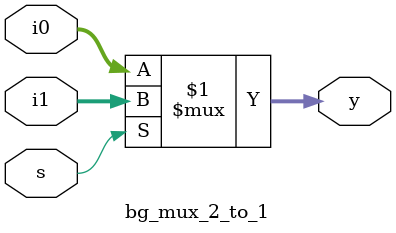
<source format=sv>
module bg_mux_2_to_1
  #(parameter width=4)
  (output logic [width-1:0] y,
  input logic [width-1:0] i0, i1,
  input logic s);

  assign y = s ? i1 : i0;

endmodule: bg_mux_2_to_1

</source>
